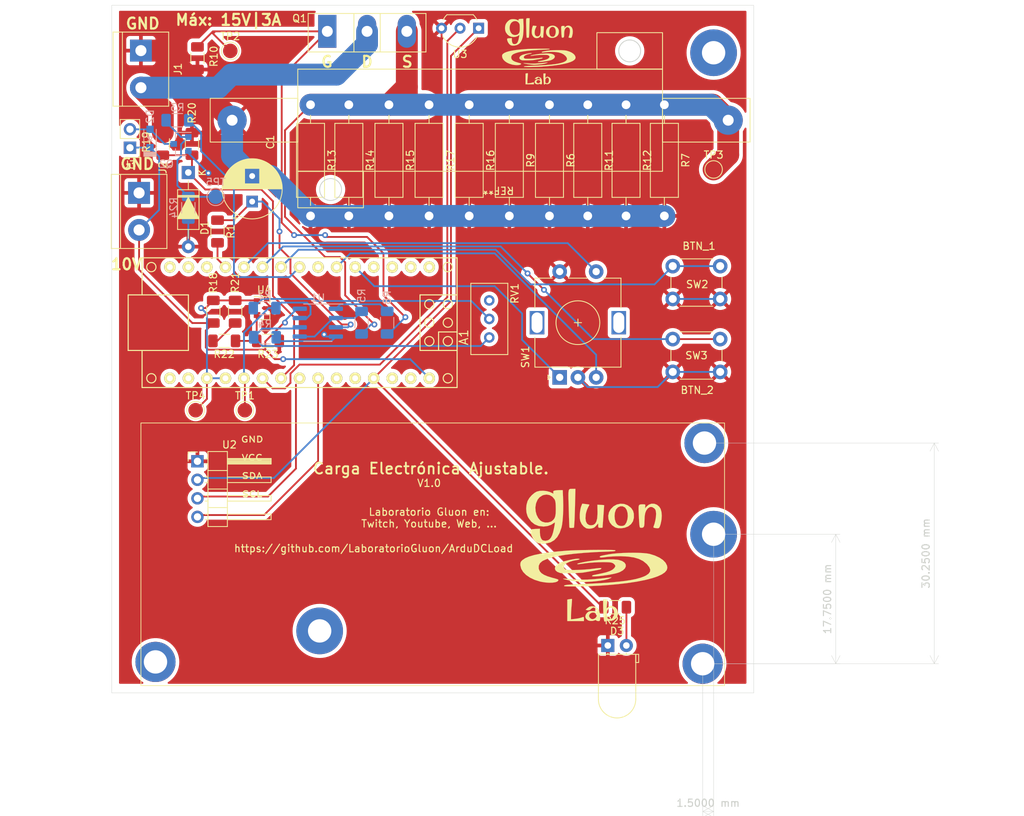
<source format=kicad_pcb>
(kicad_pcb (version 20211014) (generator pcbnew)
  (layers (0 "F.Cu" signal) (31 "B.Cu" signal) (34 "B.Paste" user) (35 "F.Paste" user) (36 "B.SilkS" user "B.Silkscreen") (37 "F.SilkS" user "F.Silkscreen") (38 "B.Mask" user) (39 "F.Mask" user) (44 "Edge.Cuts" user))
  (net 0 "")
  (net 1 "Net-(Q1-Pad1)")
  (net 2 "Analog_REF")
  (net 3 "VOLTAGE_SET")
  (net 4 "BUTTON_ROT")
  (net 5 "CURRENT_SENSE")
  (net 6 "BUTTON_BACK")
  (net 7 "TEMP_SENSOR")
  (net 8 "BUTTON_OK")
  (net 9 "VOLTAGE_SENSE")
  (net 10 "Net-(A1-Pad23)")
  (net 11 "Net-(A1-Pad24)")
  (net 12 "Net-(A1-Pad6)")
  (net 13 "Net-(A1-Pad5)")
  (net 14 "5V")
  (net 15 "V_IN")
  (net 16 "GND")
  (net 17 "Net-(C1-Pad1)")
  (net 18 "V_TEST")
  (net 19 "Net-(Q1-Pad3)")
  (net 20 "Net-(R2-Pad2)")
  (net 21 "Net-(R4-Pad2)")
  (net 22 "Net-(R5-Pad2)")
  (net 23 "Net-(R8-Pad2)")
  (net 24 "Net-(R21-Pad1)")
  (net 25 "Net-(R22-Pad1)")
  (net 31 "FAN_CONTROL")
  (net 42 "Net-(D2-Pad2)")
  (net 43 "Net-(Q2-Pad1)")
  (net 44 "Net-(D3-Pad2)")
  (footprint "Arduinos:arduino_nano" (layer "F.Cu") (at 123.25 81 180)
    (fp_text reference "A1")
    (fp_text value "Arduino_Nano")
  )
  (footprint "TerminalBlock:TerminalBlock_bornier-2_P5.08mm" (layer "F.Cu") (at 101.5 43.71 -90)
    (fp_text reference "J1")
    (fp_text value "Voltage_test")
  )
  (footprint "Package_TO_SOT_THT:TO-247-3_Vertical" (layer "F.Cu") (at 127.05 41.07)
    (fp_text reference "Q1")
    (fp_text value "IRFP460")
  )
  (footprint "Resistor_SMD:R_1206_3216Metric_Pad1.30x1.75mm_HandSolder" (layer "F.Cu") (at 112 68.5 -90)
    (fp_text reference "R1")
    (fp_text value "470R")
  )
  (footprint "Resistor_THT:R_Axial_DIN0411_L9.9mm_D3.6mm_P15.24mm_Horizontal" (layer "F.Cu") (at 157.5 51.13 -90)
    (fp_text reference "R6")
    (fp_text value "1/1W")
  )
  (footprint "Resistor_THT:R_Axial_DIN0411_L9.9mm_D3.6mm_P15.24mm_Horizontal" (layer "F.Cu") (at 173.25 51.13 -90)
    (fp_text reference "R7")
    (fp_text value "1/1W")
  )
  (footprint "Resistor_THT:R_Axial_DIN0411_L9.9mm_D3.6mm_P15.24mm_Horizontal" (layer "F.Cu") (at 152 51.13 -90)
    (fp_text reference "R9")
    (fp_text value "1/1w")
  )
  (footprint "Resistor_SMD:R_1206_3216Metric_Pad1.30x1.75mm_HandSolder" (layer "F.Cu") (at 109.25 44.75 -90)
    (fp_text reference "R10")
    (fp_text value " 1Meg")
  )
  (footprint "Resistor_THT:R_Axial_DIN0411_L9.9mm_D3.6mm_P15.24mm_Horizontal" (layer "F.Cu") (at 162.75 51.13 -90)
    (fp_text reference "R11")
    (fp_text value "1/1w")
  )
  (footprint "Resistor_THT:R_Axial_DIN0411_L9.9mm_D3.6mm_P15.24mm_Horizontal" (layer "F.Cu") (at 168 51.13 -90)
    (fp_text reference "R12")
    (fp_text value "1/1w")
  )
  (footprint "Capacitor_THT:CP_Radial_D8.0mm_P3.50mm" (layer "F.Cu") (at 116.75 64.402651 90)
    (fp_text reference "C1")
    (fp_text value "470uF")
  )
  (footprint "Diode_THT:D_A-405_P10.16mm_Horizontal" (layer "F.Cu") (at 108 60.42 -90)
    (fp_text reference "D1")
    (fp_text value "Zener 5v")
  )
  (footprint "TerminalBlock:TerminalBlock_bornier-2_P5.08mm" (layer "F.Cu") (at 101.25 63.21 -90)
    (fp_text reference "J2")
    (fp_text value "Voltage_IN")
  )
  (footprint "Resistor_THT:R_Axial_DIN0411_L9.9mm_D3.6mm_P15.24mm_Horizontal" (layer "F.Cu") (at 124.75 51.13 -90)
    (fp_text reference "R13")
    (fp_text value "1/1W")
  )
  (footprint "Resistor_THT:R_Axial_DIN0411_L9.9mm_D3.6mm_P15.24mm_Horizontal" (layer "F.Cu") (at 130 51.13 -90)
    (fp_text reference "R14")
    (fp_text value "1/1w")
  )
  (footprint "Resistor_THT:R_Axial_DIN0411_L9.9mm_D3.6mm_P15.24mm_Horizontal" (layer "F.Cu") (at 135.5 51.13 -90)
    (fp_text reference "R15")
    (fp_text value "1/1w")
  )
  (footprint "Resistor_THT:R_Axial_DIN0411_L9.9mm_D3.6mm_P15.24mm_Horizontal" (layer "F.Cu") (at 146.5 51.13 -90)
    (fp_text reference "R16")
    (fp_text value "1/1w")
  )
  (footprint "Resistor_THT:R_Axial_DIN0411_L9.9mm_D3.6mm_P15.24mm_Horizontal" (layer "F.Cu") (at 141 51.13 -90)
    (fp_text reference "R17")
    (fp_text value "1/1W")
  )
  (footprint "Resistor_SMD:R_1206_3216Metric_Pad1.30x1.75mm_HandSolder" (layer "F.Cu") (at 111.42 79.5 -90)
    (fp_text reference "R18")
    (fp_text value "680")
  )
  (footprint "Resistor_SMD:R_1206_3216Metric_Pad1.30x1.75mm_HandSolder" (layer "F.Cu") (at 104.5 56.5 90)
    (fp_text reference "R19")
    (fp_text value "33k")
  )
  (footprint "Resistor_SMD:R_1206_3216Metric_Pad1.30x1.75mm_HandSolder" (layer "F.Cu") (at 108.5 56.5 -90)
    (fp_text reference "R20")
    (fp_text value "10k")
  )
  (footprint "Resistor_SMD:R_1206_3216Metric_Pad1.30x1.75mm_HandSolder" (layer "F.Cu") (at 114.42 79.5 90)
    (fp_text reference "R21")
    (fp_text value "330")
  )
  (footprint "Resistor_SMD:R_1206_3216Metric_Pad1.30x1.75mm_HandSolder" (layer "F.Cu") (at 112.92 83.5 180)
    (fp_text reference "R22")
    (fp_text value "2k2")
  )
  (footprint "Resistor_SMD:R_1206_3216Metric_Pad1.30x1.75mm_HandSolder" (layer "F.Cu") (at 118.92 83.5 180)
    (fp_text reference "R23")
    (fp_text value "1k5")
  )
  (footprint "Potentiometer_THT:Potentiometer_Bourns_3296W_Vertical" (layer "F.Cu") (at 149.25 77.95 90)
    (fp_text reference "RV1")
    (fp_text value "200")
  )
  (footprint "Rotary_Encoder:RotaryEncoder_Alps_EC11E-Switch_Vertical_H20mm" (layer "F.Cu") (at 158.9 88.5 90)
    (fp_text reference "SW1")
    (fp_text value "Rotary_Encoder_Switch")
  )
  (footprint "Button_Switch_THT:SW_PUSH_6mm_H4.3mm" (layer "F.Cu") (at 180.9 77.75 180)
    (fp_text reference "SW2")
    (fp_text value "Btn.OK")
  )
  (footprint "Button_Switch_THT:SW_PUSH_6mm_H4.3mm" (layer "F.Cu") (at 180.9 87.75 180)
    (fp_text reference "SW3")
    (fp_text value "Btn.BCK")
  )
  (footprint "Connector_PinHeader_2.54mm:PinHeader_1x04_P2.54mm_Horizontal" (layer "F.Cu") (at 109.25 100)
    (fp_text reference "U2")
    (fp_text value "Pantalla_LCD_16x2_i2c")
  )
  (footprint "Package_TO_SOT_SMD:SOT-23" (layer "F.Cu") (at 118.42 79)
    (fp_text reference "U4")
    (fp_text value "TL431DBZ")
  )
  (footprint "Package_TO_SOT_THT:TO-92_Inline_Wide" (layer "F.Cu") (at 147.79 40.64 180)
    (fp_text reference "U3")
    (fp_text value "LM35-LP")
  )
  (footprint "TestPoint:TestPoint_Pad_D2.0mm" (layer "F.Cu") (at 115.75 93)
    (fp_text reference "TP1")
    (fp_text value "TestPoint")
  )
  (footprint "LED_THT:LED_D5.0mm_Horizontal_O1.27mm_Z3.0mm" (layer "F.Cu") (at 165.5 125.25)
    (fp_text reference "D3")
    (fp_text value "LED")
  )
  (footprint "GluonLib:PowerResistor_L49_W14_MountingHoles" (layer "F.Cu") (at 148 53.25)
    (fp_text reference "REF**")
    (fp_text value "PowerResistor_L49_W14_MountingHoles")
    (fp_circle (center 20.5 -9.5) (end 22 -9.5) (layer "Edge.Cuts") (width 0.12) (fill none))
    (fp_circle (center -20.5 9.5) (end -19 9.5) (layer "Edge.Cuts") (width 0.12) (fill none))
  )
  (footprint "GluonLib:LogoGluon_25mm" (layer "F.Cu") (at 163.5 112.25)
    (fp_text reference "G***" hide)
    (fp_text value "LOGO" hide)
  )
  (footprint "MountingHole:MountingHole_3.2mm_M3_ISO14580_Pad_TopBottom" (layer "F.Cu") (at 178.5 127.75)
    (fp_text reference "REF**" hide)
    (fp_text value "MountingHole_3.2mm_M3_ISO14580_Pad_TopBottom")
  )
  (footprint "MountingHole:MountingHole_3.2mm_M3_Pad_TopBottom" (layer "F.Cu") (at 126 123.25)
    (fp_text reference "REF**" hide)
    (fp_text value "MountingHole_3.2mm_M3_Pad_TopBottom")
  )
  (footprint "MountingHole:MountingHole_3.2mm_M3_ISO14580_Pad_TopBottom" (layer "F.Cu") (at 103.5 127.5)
    (fp_text reference "REF**" hide)
    (fp_text value "MountingHole_3.2mm_M3_ISO14580_Pad_TopBottom")
  )
  (footprint "TestPoint:TestPoint_Pad_D2.0mm" (layer "F.Cu") (at 113.75 43.75)
    (fp_text reference "TP2")
    (fp_text value "TestPoint")
  )
  (footprint "Connector_PinHeader_2.54mm:PinHeader_1x02_P2.54mm_Vertical" (layer "F.Cu") (at 100 57.025 180)
    (fp_text reference "J3")
    (fp_text value "FAN_OUTPUT")
  )
  (footprint "MountingHole:MountingHole_3.2mm_M3_Pad_TopBottom" (layer "F.Cu") (at 180 44)
    (fp_text reference "REF**" hide)
    (fp_text value "MountingHole_3.2mm_M3_Pad_TopBottom")
  )
  (footprint "TestPoint:TestPoint_Pad_D2.0mm" (layer "F.Cu") (at 180 60)
    (fp_text reference "TP3")
    (fp_text value "TestPoint")
  )
  (footprint "Resistor_SMD:R_1206_3216Metric_Pad1.30x1.75mm_HandSolder" (layer "F.Cu") (at 166.5 120 180)
    (fp_text reference "R25")
    (fp_text value "220")
  )
  (footprint "GluonLib:g" (layer "F.Cu") (at 156 43.5)
    (fp_text reference "G***" hide)
    (fp_text value "LOGO" hide)
  )
  (footprint "MountingHole:MountingHole_3.2mm_M3_Pad_TopBottom" (layer "F.Cu") (at 180 110)
    (fp_text reference "REF**" hide)
    (fp_text value "MountingHole_3.2mm_M3_Pad_TopBottom")
  )
  (footprint "MountingHole:MountingHole_3.2mm_M3_ISO14580_Pad_TopBottom" (layer "F.Cu") (at 178.75 97.5)
    (fp_text reference "REF**" hide)
    (fp_text value "MountingHole_3.2mm_M3_ISO14580_Pad_TopBottom")
  )
  (footprint "TestPoint:TestPoint_Pad_D2.0mm" (layer "F.Cu") (at 109 93)
    (fp_text reference "TP4")
    (fp_text value "AnalogRef")
  )
  (footprint "Resistor_SMD:R_1206_3216Metric_Pad1.30x1.75mm_HandSolder" (layer "B.Cu") (at 118.45 79 180)
    (fp_text reference "R2")
    (fp_text value "1k")
  )
  (footprint "Resistor_SMD:R_1206_3216Metric_Pad1.30x1.75mm_HandSolder" (layer "B.Cu") (at 118.5 83 180)
    (fp_text reference "R4")
    (fp_text value "3k3")
  )
  (footprint "Resistor_SMD:R_1206_3216Metric_Pad1.30x1.75mm_HandSolder" (layer "B.Cu") (at 131.75 81 90)
    (fp_text reference "R5")
    (fp_text value "10k; 1/4w")
  )
  (footprint "Resistor_SMD:R_1206_3216Metric_Pad1.30x1.75mm_HandSolder" (layer "B.Cu") (at 135.25 81 90)
    (fp_text reference "R8")
    (fp_text value "100")
  )
  (footprint "Package_SO:SOIC-8_3.9x4.9mm_P1.27mm" (layer "B.Cu") (at 125.75 81 180)
    (fp_text reference "U1")
    (fp_text value "TL072")
  )
  (footprint "Diode_SMD:D_SOD-323_HandSoldering" (layer "B.Cu") (at 102.75 55.75 90)
    (fp_text reference "D2")
    (fp_text value "D_Schottky")
  )
  (footprint "Package_TO_SOT_SMD:SOT-23" (layer "B.Cu") (at 107 56.5 180)
    (fp_text reference "Q2")
    (fp_text value "Q_NMOS_GSD")
  )
  (footprint "TestPoint:TestPoint_Pad_D2.0mm" (layer "B.Cu") (at 111.75 63.75 180)
    (fp_text reference "TP5")
    (fp_text value "FanCtrl")
  )
  (footprint "Resistor_SMD:R_1206_3216Metric_Pad1.30x1.75mm_HandSolder" (layer "B.Cu") (at 108 65.25 90)
    (fp_text reference "R24")
    (fp_text value "1Meg")
  )
  (footprint "Resistor_SMD:R_1206_3216Metric_Pad1.30x1.75mm_HandSolder" (layer "B.Cu") (at 106.5 53.25)
    (fp_text reference "R3")
    (fp_text value "330")
  )
  (gr_line (start 103.05 56.05) (end 102.45 56.05) (layer "B.SilkS") (width 0.12))
  (gr_rect (start 101.9 57.65) (end 103.6 58.2) (layer "B.SilkS") (width 0.12) (fill solid))
  (gr_line (start 102.75 56.05) (end 102.4 55.55) (layer "B.SilkS") (width 0.12))
  (gr_line (start 103.1 55.55) (end 102.75 56.05) (layer "B.SilkS") (width 0.12))
  (gr_line (start 102.45 55.55) (end 103.1 55.55) (layer "B.SilkS") (width 0.12))
  (gr_line (start 102.4 55.55) (end 102.6 55.55) (layer "B.SilkS") (width 0.12))
  (gr_rect (start 101.5 94.75) (end 181.5 130.75) (layer "F.SilkS") (width 0.1) (fill none))
  (gr_poly (pts (xy 109.47 66.75) (xy 106.5 66.75) (xy 108 63.8)) (layer "F.SilkS") (width 0.12) (fill solid))
  (gr_rect (start 185.5 131.75) (end 97.5 37.5) (layer "Edge.Cuts") (width 0.05) (fill none))
  (gr_text "Laboratorio Gluon en:\nTwitch, Youtube, Web, ..." (at 141 107.75) (layer "F.SilkS") (effects (font (size 1 1))))
  (gr_text "GND" (at 101.75 40) (layer "F.SilkS") (effects (font (size 1.5 1.5) (thickness 0.3))))
  (gr_text "G" (at 127 45.25) (layer "F.SilkS") (effects (font (size 1.5 1.5) (thickness 0.3))))
  (gr_text "SCL\n" (at 116.75 104.5) (layer "F.SilkS") (effects (font (size 0.8 1))))
  (gr_text "https://github.com/LaboratorioGluon/ArduDCLoad" (at 133.4 111.95) (layer "F.SilkS") (effects (font (size 1 1))))
  (gr_text "VCC\n" (at 116.75 99.5) (layer "F.SilkS") (effects (font (size 0.8 1))))
  (gr_text "D" (at 132.5 45.25) (layer "F.SilkS") (effects (font (size 1.5 1.5) (thickness 0.3))))
  (gr_text "GND" (at 101 59.25) (layer "F.SilkS") (effects (font (size 1.5 1.5) (thickness 0.3))))
  (gr_text "10V" (at 99.5 73) (layer "F.SilkS") (effects (font (size 1.5 1.5) (thickness 0.3))))
  (gr_text "S" (at 138 45.25) (layer "F.SilkS") (effects (font (size 1.5 1.5) (thickness 0.3))))
  (gr_text "BTN_2" (at 177.75 90.25) (layer "F.SilkS") (effects (font (size 1 1))))
  (gr_text "SDA" (at 116.75 102) (layer "F.SilkS") (effects (font (size 0.8 1))))
  (gr_text "BTN_1" (at 178 70.5) (layer "F.SilkS") (effects (font (size 1 1))))
  (gr_text "Máx: 15V|3A" (at 113.5 39.5) (layer "F.SilkS") (effects (font (size 1.5 1.5) (thickness 0.3))))
  (gr_text "Carga Electrónica Ajustable." (at 141.25 101) (layer "F.SilkS") (effects (font (size 1.5 1.5) (thickness 0.25))))
  (gr_text "V1.0" (at 141 103) (layer "F.SilkS") (effects (font (size 1 1))))
  (gr_text "GND" (at 116.75 97) (layer "F.SilkS") (effects (font (size 0.8 1))))
  (dimension (type orthogonal) (layer "Edge.Cuts") (pts (xy 178.5 127.75) (xy 180 110)) (height 18.25) (orientation 1) (gr_text "17,7500 mm" (at 195.6 118.875 90) (layer "Edge.Cuts") (effects (font (size 1 1) (thickness 0.15)))) (format (units 3) (units_format 1) (precision 4)) (style (thickness 0.05) (arrow_length 1.27) (text_position_mode 0) (extension_height 0.58642) (extension_offset 0.5) keep_text_aligned))
  (dimension (type orthogonal) (layer "Edge.Cuts") (pts (xy 178.5 127.75) (xy 178.75 97.5)) (height 31.75) (orientation 1) (gr_text "30,2500 mm" (at 209.1 112.625 90) (layer "Edge.Cuts") (effects (font (size 1 1) (thickness 0.15)))) (format (units 3) (units_format 1) (precision 4)) (style (thickness 0.05) (arrow_length 1.27) (text_position_mode 0) (extension_height 0.58642) (extension_offset 0.5) keep_text_aligned))
  (dimension (type orthogonal) (layer "Edge.Cuts") (pts (xy 180 110) (xy 178.5 127.75)) (height 38) (orientation 0) (gr_text "1,5000 mm" (at 179.25 146.85) (layer "Edge.Cuts") (effects (font (size 1 1) (thickness 0.15)))) (format (units 3) (units_format 1) (precision 4)) (style (thickness 0.05) (arrow_length 1.27) (text_position_mode 0) (extension_height 0.58642) (extension_offset 0.5) keep_text_aligned))
  (segment (start 111.38 41.07) (end 111.225 41.225) (width 0.25) (layer "F.Cu") (net 1))
  (segment (start 111.25 41.25) (end 111.5 41.25) (width 0.25) (layer "F.Cu") (net 1))
  (segment (start 122.5 69) (end 120.80048 67.30048) (width 0.25) (layer "F.Cu") (net 1))
  (segment (start 127 69.25) (end 126.75 69) (width 0.25) (layer "F.Cu") (net 1))
  (segment (start 111.25 41.25) (end 111.225 41.225) (width 0.25) (layer "F.Cu") (net 1))
  (segment (start 134.75 71.5) (end 132.5 69.25) (width 0.25) (layer "F.Cu") (net 1))
  (segment (start 113.75 43.75) (end 111.25 41.25) (width 0.25) (layer "F.Cu") (net 1))
  (segment (start 127.05 41.07) (end 111.68 41.07) (width 0.25) (layer "F.Cu") (net 1))
  (segment (start 134.75 77.25) (end 134.75 71.5) (width 0.25) (layer "F.Cu") (net 1))
  (segment (start 120.80048 47.31952) (end 127.05 41.07) (width 0.25) (layer "F.Cu") (net 1))
  (segment (start 111.5 41.25) (end 111.68 41.07) (width 0.25) (layer "F.Cu") (net 1))
  (segment (start 120.80048 67.30048) (end 120.80048 47.31952) (width 0.25) (layer "F.Cu") (net 1))
  (segment (start 111.68 41.07) (end 111.38 41.07) (width 0.25) (layer "F.Cu") (net 1))
  (segment (start 137.75 80.25) (end 134.75 77.25) (width 0.25) (layer "F.Cu") (net 1))
  (segment (start 132.5 69.25) (end 127 69.25) (width 0.25) (layer "F.Cu") (net 1))
  (segment (start 111.225 41.225) (end 109.25 43.2) (width 0.25) (layer "F.Cu") (net 1))
  (via (at 122.5 69) (size 0.8) (drill 0.4) (layers "F.Cu" "B.Cu") (net 1))
  (via (at 137.75 80.25) (size 0.8) (drill 0.4) (layers "F.Cu" "B.Cu") (net 1))
  (via (at 126.75 69) (size 0.8) (drill 0.4) (layers "F.Cu" "B.Cu") (net 1))
  (segment (start 135.45 82.55) (end 137.75 80.25) (width 0.25) (layer "B.Cu") (net 1))
  (segment (start 126.75 69) (end 122.5 69) (width 0.25) (layer "B.Cu") (net 1))
  (segment (start 135.25 82.55) (end 135.45 82.55) (width 0.25) (layer "B.Cu") (net 1))
  (segment (start 109 93) (end 110.55 91.45) (width 0.25) (layer "F.Cu") (net 2))
  (segment (start 117.32 77.95) (end 117.42 78.05) (width 0.25) (layer "F.Cu") (net 2))
  (segment (start 114.42 77.95) (end 117.32 77.95) (width 0.25) (layer "F.Cu") (net 2))
  (segment (start 109.75 79) (end 110.37 79) (width 0.25) (layer "F.Cu") (net 2))
  (segment (start 110.37 79) (end 111.42 77.95) (width 0.25) (layer "F.Cu") (net 2))
  (segment (start 110.55 91.45) (end 110.55 88.62) (width 0.25) (layer "F.Cu") (net 2))
  (segment (start 111.42 77.95) (end 114.42 77.95) (width 0.25) (layer "F.Cu") (net 2))
  (via (at 109.75 79) (size 0.8) (drill 0.4) (layers "F.Cu" "B.Cu") (net 2))
  (segment (start 110.55 79.8) (end 109.75 79) (width 0.25) (layer "B.Cu") (net 2))
  (segment (start 110.55 88.62) (end 113.09 88.62) (width 0.25) (layer "B.Cu") (net 2))
  (segment (start 110.55 88.62) (end 110.55 79.8) (width 0.25) (layer "B.Cu") (net 2))
  (segment (start 112 72.29) (end 113.09 73.38) (width 0.25) (layer "F.Cu") (net 3))
  (segment (start 112 70.05) (end 112 72.29) (width 0.25) (layer "F.Cu") (net 3))
  (segment (start 163.9 74) (end 160.00096 70.10096) (width 0.25) (layer "B.Cu") (net 4))
  (segment (start 160.00096 70.10096) (end 118.90904 70.10096) (width 0.25) (layer "B.Cu") (net 4))
  (segment (start 118.90904 70.10096) (end 115.63 73.38) (width 0.25) (layer "B.Cu") (net 4))
  (segment (start 115.75 88.74) (end 115.63 88.62) (width 0.25) (layer "F.Cu") (net 5))
  (segment (start 115.75 93) (end 115.75 88.74) (width 0.25) (layer "F.Cu") (net 5))
  (segment (start 124.249999 80.365) (end 124.75 79.864999) (width 0.25) (layer "B.Cu") (net 5))
  (segment (start 124.75 78.75) (end 124.25 78.25) (width 0.25) (layer "B.Cu") (net 5))
  (segment (start 115.63 88.62) (end 115.63 82.37) (width 0.25) (layer "B.Cu") (net 5))
  (segment (start 115.63 82.37) (end 119 79) (width 0.25) (layer "B.Cu") (net 5))
  (segment (start 119 79) (end 120 79) (width 0.25) (layer "B.Cu") (net 5))
  (segment (start 123.275 80.365) (end 124.249999 80.365) (width 0.25) (layer "B.Cu") (net 5))
  (segment (start 120.75 78.25) (end 120 79) (width 0.25) (layer "B.Cu") (net 5))
  (segment (start 124.25 78.25) (end 120.75 78.25) (width 0.25) (layer "B.Cu") (net 5))
  (segment (start 124.75 79.864999) (end 124.75 78.75) (width 0.25) (layer "B.Cu") (net 5))
  (segment (start 156.75 76.5) (end 154.5 74.25) (width 0.25) (layer "F.Cu") (net 6))
  (segment (start 174.4 83.25) (end 180.9 83.25) (width 0.25) (layer "F.Cu") (net 6))
  (via (at 156.75 76.5) (size 0.8) (drill 0.4) (layers "F.Cu" "B.Cu") (net 6))
  (via (at 154.5 74.25) (size 0.8) (drill 0.4) (layers "F.Cu" "B.Cu") (net 6))
  (segment (start 163.5 83.25) (end 156.75 76.5) (width 0.25) (layer "B.Cu") (net 6))
  (segment (start 174.4 83.25) (end 163.5 83.25) (width 0.25) (layer "B.Cu") (net 6))
  (segment (start 154.5 74.25) (end 150.80048 70.55048) (width 0.25) (layer "B.Cu") (net 6))
  (segment (start 120.99952 70.55048) (end 118.17 73.38) (width 0.25) (layer "B.Cu") (net 6))
  (segment (start 150.80048 70.55048) (end 120.99952 70.55048) (width 0.25) (layer "B.Cu") (net 6))
  (segment (start 122 87.981341) (end 122 89.25) (width 0.25) (layer "F.Cu") (net 7))
  (segment (start 122 89.25) (end 121.25 90) (width 0.25) (layer "F.Cu") (net 7))
  (segment (start 121.25 90) (end 119.55 90) (width 0.25) (layer "F.Cu") (net 7))
  (segment (start 145.25 40.64) (end 143.5 42.39) (width 0.25) (layer "F.Cu") (net 7))
  (segment (start 143.5 42.39) (end 143.5 77.5) (width 0.25) (layer "F.Cu") (net 7))
  (segment (start 119.55 90) (end 118.17 88.62) (width 0.25) (layer "F.Cu") (net 7))
  (segment (start 123.231341 86.75) (end 122 87.981341) (width 0.25) (layer "F.Cu") (net 7))
  (segment (start 134.25 86.75) (end 123.231341 86.75) (width 0.25) (layer "F.Cu") (net 7))
  (segment (start 143.5 77.5) (end 134.25 86.75) (width 0.25) (layer "F.Cu") (net 7))
  (segment (start 171.9 75.75) (end 154.885718 75.75) (width 0.25) (layer "B.Cu") (net 8))
  (segment (start 154.885718 75.75) (end 150.135718 71) (width 0.25) (layer "B.Cu") (net 8))
  (segment (start 174.4 73.25) (end 180.9 73.25) (width 0.25) (layer "B.Cu") (net 8))
  (segment (start 174.4 73.25) (end 171.9 75.75) (width 0.25) (layer "B.Cu") (net 8))
  (segment (start 150.135718 71) (end 123.09 71) (width 0.25) (layer "B.Cu") (net 8))
  (segment (start 123.09 71) (end 120.71 73.38) (width 0.25) (layer "B.Cu") (net 8))
  (segment (start 119.625 77.375) (end 122.5 80.25) (width 0.25) (layer "F.Cu") (net 9))
  (segment (start 122.5 86.83) (end 120.71 88.62) (width 0.25) (layer "F.Cu") (net 9))
  (segment (start 119.598089 64.348089) (end 118 62.75) (width 0.25) (layer "F.Cu") (net 9))
  (segment (start 119.598089 77.348089) (end 119.598089 64.348089) (width 0.25) (layer "F.Cu") (net 9))
  (segment (start 118 62.75) (end 110.33 62.75) (width 0.25) (layer "F.Cu") (net 9))
  (segment (start 122.5 80.25) (end 122.5 86.83) (width 0.25) (layer "F.Cu") (net 9))
  (segment (start 119.625 77.375) (end 119.598089 77.348089) (width 0.25) (layer "F.Cu") (net 9))
  (segment (start 108.5 59.92) (end 108 60.42) (width 0.25) (layer "F.Cu") (net 9))
  (segment (start 110.33 62.75) (end 108 60.42) (width 0.25) (layer "F.Cu") (net 9))
  (segment (start 108.5 58.05) (end 108.5 59.92) (width 0.25) (layer "F.Cu") (net 9))
  (segment (start 104.5 58.05) (end 108.5 58.05) (width 0.25) (layer "F.Cu") (net 9))
  (segment (start 122.75 101) (end 122.75 89.5) (width 0.25) (layer "F.Cu") (net 10))
  (segment (start 109.5 104.83) (end 118.92 104.83) (width 0.25) (layer "F.Cu") (net 10))
  (segment (start 109.25 105.08) (end 109.5 104.83) (width 0.25) (layer "F.Cu") (net 10))
  (segment (start 118.92 104.83) (end 122.75 101) (width 0.25) (layer "F.Cu") (net 10))
  (segment (start 118.38 107.37) (end 125.79 99.96) (width 0.25) (layer "F.Cu") (net 11))
  (segment (start 109.5 107.37) (end 118.38 107.37) (width 0.25) (layer "F.Cu") (net 11))
  (segment (start 109.25 107.62) (end 109.5 107.37) (width 0.25) (layer "F.Cu") (net 11))
  (segment (start 125.79 99.96) (end 125.79 88.62) (width 0.25) (layer "F.Cu") (net 11))
  (segment (start 163.9 88.5) (end 163.9 85.4) (width 0.25) (layer "B.Cu") (net 12))
  (segment (start 150 71.5) (end 130.21 71.5) (width 0.25) (layer "B.Cu") (net 12))
  (segment (start 163.9 85.4) (end 150 71.5) (width 0.25) (layer "B.Cu") (net 12))
  (segment (start 130.21 71.5) (end 128.33 73.38) (width 0.25) (layer "B.Cu") (net 12))
  (segment (start 158.9 88.5) (end 153.75 83.35) (width 0.25) (layer "B.Cu") (net 13))
  (segment (start 153.75 79.75) (end 150 76) (width 0.25) (layer "B.Cu") (net 13))
  (segment (start 150 76) (end 133.49 76) (width 0.25) (layer "B.Cu") (net 13))
  (segment (start 133.49 76) (end 130.87 73.38) (width 0.25) (layer "B.Cu") (net 13))
  (segment (start 153.75 83.35) (end 153.75 79.75) (width 0.25) (layer "B.Cu") (net 13))
  (segment (start 164.79 120) (end 164.95 120) (width 0.25) (layer "F.Cu") (net 14))
  (segment (start 133.41 88.62) (end 164.79 120) (width 0.25) (layer "F.Cu") (net 14))
  (segment (start 147.79 40.64) (end 144 44.43) (width 0.25) (layer "F.Cu") (net 14))
  (segment (start 144 44.43) (end 144 78.03) (width 0.25) (layer "F.Cu") (net 14))
  (segment (start 144 78.03) (end 133.41 88.62) (width 0.25) (layer "F.Cu") (net 14))
  (segment (start 109.25 102.54) (end 109.5 102.29) (width 0.25) (layer "B.Cu") (net 14))
  (segment (start 119.74 102.29) (end 133.41 88.62) (width 0.25) (layer "B.Cu") (net 14))
  (segment (start 109.5 102.29) (end 119.74 102.29) (width 0.25) (layer "B.Cu") (net 14))
  (segment (start 121 86) (end 119.85096 86) (width 0.25) (layer "F.Cu") (net 15))
  (segment (start 118.55048 83.5751) (end 121.12558 81) (width 0.25) (layer "F.Cu") (net 15))
  (segment (start 111.42 81.05) (end 108.55 81.05) (width 0.25) (layer "F.Cu") (net 15))
  (segment (start 110.39548 84.39548) (end 110.69952 84.69952) (width 0.25) (layer "F.Cu") (net 15))
  (segment (start 119.85096 86) (end 118.55048 84.69952) (width 0.25) (layer "F.Cu") (net 15))
  (segment (start 108.55 81.05) (end 101.25 73.75) (width 0.25) (layer "F.Cu") (net 15))
  (segment (start 110.39548 82.07452) (end 110.39548 84.39548) (width 0.25) (layer "F.Cu") (net 15))
  (segment (start 101.25 73.75) (end 101.25 68.29) (width 0.25) (layer "F.Cu") (net 15))
  (segment (start 118.55048 84.69952) (end 118.55048 83.5751) (width 0.25) (layer "F.Cu") (net 15))
  (segment (start 121.12558 81) (end 121.25 81) (width 0.25) (layer "F.Cu") (net 15))
  (segment (start 111.42 81.05) (end 110.39548 82.07452) (width 0.25) (layer "F.Cu") (net 15))
  (segment (start 110.69952 84.69952) (end 118.55048 84.69952) (width 0.25) (layer "F.Cu") (net 15))
  (via (at 121.25 81) (size 0.8) (drill 0.4) (layers "F.Cu" "B.Cu") (net 15))
  (via (at 121 86) (size 0.8) (drill 0.4) (layers "F.Cu" "B.Cu") (net 15))
  (segment (start 104 65.54) (end 104 58.25) (width 0.25) (layer "B.Cu") (net 15))
  (segment (start 100.025 57) (end 100 57.025) (width 0.25) (layer "B.Cu") (net 15))
  (segment (start 104 58.25) (end 102.75 57) (width 0.25) (layer "B.Cu") (net 15))
  (segment (start 102.75 57) (end 100.025 57) (width 0.25) (layer "B.Cu") (net 15))
  (segment (start 121.25 80.739772) (end 122.894772 79.095) (width 0.25) (layer "B.Cu") (net 15))
  (segment (start 122.894772 79.095) (end 123.275 79.095) (width 0.25) (layer "B.Cu") (net 15))
  (segment (start 138.41 86) (end 121 86) (width 0.25) (layer "B.Cu") (net 15))
  (segment (start 121.25 81) (end 121.25 80.739772) (width 0.25) (layer "B.Cu") (net 15))
  (segment (start 101.25 68.29) (end 104 65.54) (width 0.25) (layer "B.Cu") (net 15))
  (segment (start 141.03 88.62) (end 138.41 86) (width 0.25) (layer "B.Cu") (net 15))
  (segment (start 142.71 40.64) (end 143 40.93) (width 0.25) (layer "F.Cu") (net 16))
  (segment (start 142.71 40.64) (end 142.71 64.66) (width 0.25) (layer "F.Cu") (net 16))
  (segment (start 114 53.25) (end 104.46 43.71) (width 3) (layer "F.Cu") (net 16))
  (segment (start 142.71 64.66) (end 141 66.37) (width 0.25) (layer "F.Cu") (net 16))
  (segment (start 141 66.37) (end 124.75 66.37) (width 3) (layer "F.Cu") (net 16))
  (segment (start 105.75 76.25) (end 103.75 74.25) (width 0.25) (layer "F.Cu") (net 16))
  (segment (start 103.75 74.25) (end 103.75 72) (width 0.25) (layer "F.Cu") (net 16))
  (segment (start 104.46 43.71) (end 101.5 43.71) (width 3) (layer "F.Cu") (net 16))
  (segment (start 173.25 66.37) (end 146.5 66.37) (width 3) (layer "F.Cu") (net 16))
  (segment (start 103.75 72) (end 105.17 70.58) (width 0.25) (layer "F.Cu") (net 16))
  (segment (start 105.17 70.58) (end 108 70.58) (width 0.25) (layer "F.Cu") (net 16))
  (segment (start 118.5 76.25) (end 105.75 76.25) (width 0.25) (layer "F.Cu") (net 16))
  (segment (start 119.42 79) (end 118.5 78.08) (width 0.25) (layer "F.Cu") (net 16))
  (segment (start 118.5 78.08) (end 118.5 76.25) (width 0.25) (layer "F.Cu") (net 16))
  (segment (start 124.678089 66.441911) (end 124.75 66.37) (width 0.25) (layer "F.Cu") (net 16))
  (via (at 110.75 60.5) (size 0.8) (drill 0.4) (layers "F.Cu" "B.Cu") (net 16))
  (via (at 126.617185 82.617185) (size 0.8) (drill 0.4) (layers "F.Cu" "B.Cu") (net 16))
  (segment (start 126.905 82.905) (end 126.617185 82.617185) (width 0.25) (layer "B.Cu") (net 16))
  (segment (start 108 57.45) (end 108 57.75) (width 0.25) (layer "B.Cu") (net 16))
  (segment (start 128.225 82.905) (end 127.60048 83.52952) (width 0.25) (layer "B.Cu") (net 16))
  (segment (start 116.75 60.902651) (end 119.282651 60.902651) (width 3) (layer "B.Cu") (net 16))
  (segment (start 162.724511 89.824511) (end 172.325489 89.824511) (width 0.25) (layer "B.Cu") (net 16))
  (segment (start 120.57952 83.52952) (end 120.05 83) (width 0.25) (layer "B.Cu") (net 16))
  (segment (start 172.325489 89.824511) (end 174.4 87.75) (width 0.25) (layer "B.Cu") (net 16))
  (segment (start 108 57.75) (end 110.75 60.5) (width 0.25) (layer "B.Cu") (net 16))
  (segment (start 114 53.25) (end 114 58.152651) (width 3) (layer "B.Cu") (net 16))
  (segment (start 119.282651 60.902651) (end 124.75 66.37) (width 3) (layer "B.Cu") (net 16))
  (segment (start 127.60048 83.52952) (end 120.57952 83.52952) (width 0.25) (layer "B.Cu") (net 16))
  (segment (start 108 66.8) (end 108 70.58) (width 0.25) (layer "B.Cu") (net 16))
  (segment (start 180.9 77.75) (end 174.4 77.75) (width 0.25) (layer "B.Cu") (net 16))
  (segment (start 114 58.152651) (end 116.75 60.902651) (width 3) (layer "B.Cu") (net 16))
  (segment (start 173.25 66.37) (end 124.75 66.37) (width 3) (layer "B.Cu") (net 16))
  (segment (start 161.4 88.5) (end 162.724511 89.824511) (width 0.25) (layer "B.Cu") (net 16))
  (segment (start 128.225 82.905) (end 126.905 82.905) (width 0.25) (layer "B.Cu") (net 16))
  (segment (start 180.9 87.75) (end 174.4 87.75) (width 0.25) (layer "B.Cu") (net 16))
  (segment (start 129.02376 81.25) (end 130.25 81.25) (width 0.25) (layer "F.Cu") (net 17))
  (segment (start 120.5 70.75) (end 122 72.25) (width 0.25) (layer "F.Cu") (net 17))
  (segment (start 122 74.22624) (end 129.02376 81.25) (width 0.25) (layer "F.Cu") (net 17))
  (segment (start 112 66.95) (end 114.202651 66.95) (width 0.25) (layer "F.Cu") (net 17))
  (segment (start 114.202651 66.95) (end 116.75 64.402651) (width 0.25) (layer "F.Cu") (net 17))
  (segment (start 122 72.25) (end 122 74.22624) (width 0.25) (layer "F.Cu") (net 17))
  (segment (start 120.5 68.5) (end 120.5 70.75) (width 0.25) (layer "F.Cu") (net 17))
  (via (at 120.5 68.5) (size 0.8) (drill 0.4) (layers "F.Cu" "B.Cu") (net 17))
  (via (at 130.25 81.25) (size 0.8) (drill 0.4) (layers "F.Cu" "B.Cu") (net 17))
  (segment (start 129.865 81.635) (end 130.25 81.25) (width 0.25) (layer "B.Cu") (net 17))
  (segment (start 120.5 66.75) (end 118.152651 64.402651) (width 0.25) (layer "B.Cu") (net 17))
  (segment (start 128.225 81.635) (end 129.865 81.635) (width 0.25) (layer "B.Cu") (net 17))
  (segment (start 120.5 68.5) (end 120.5 66.75) (width 0.25) (layer "B.Cu") (net 17))
  (segment (start 118.152651 64.402651) (end 116.75 64.402651) (width 0.25) (layer "B.Cu") (net 17))
  (segment (start 101.5 48.79) (end 104.5 51.79) (width 3) (layer "F.Cu") (net 18))
  (segment (start 104.5 51.79) (end 104.5 54.90048) (width 3) (layer "F.Cu") (net 18))
  (segment (start 101.5 48.79) (end 112.096729 48.79) (width 3) (layer "B.Cu") (net 18))
  (segment (start 112.096729 48.79) (end 113.886729 47) (width 3) (layer "B.Cu") (net 18))
  (segment (start 128.299511 47) (end 132.5 42.799511) (width 3) (layer "B.Cu") (net 18))
  (segment (start 132.5 42.799511) (end 132.5 41.07) (width 3) (layer "B.Cu") (net 18))
  (segment (start 113.886729 47) (end 128.299511 47) (width 3) (layer "B.Cu") (net 18))
  (segment (start 179.88 51.13) (end 182 53.25) (width 3) (layer "F.Cu") (net 19))
  (segment (start 133.5 81.25) (end 129.5 77.25) (width 0.25) (layer "F.Cu") (net 19))
  (segment (start 121.25 54.63) (end 124.75 51.13) (width 0.25) (layer "F.Cu") (net 19))
  (segment (start 129.5 77.25) (end 129.5 72.738759) (width 0.25) (layer "F.Cu") (net 19))
  (segment (start 126.75 72) (end 121.25 66.5) (width 0.25) (layer "F.Cu") (net 19))
  (segment (start 137.95 41.07) (end 137.95 50.43) (width 3) (layer "F.Cu") (net 19))
  (segment (start 128.761241 72) (end 126.75 72) (width 0.25) (layer "F.Cu") (net 19))
  (segment (start 146.5 51.13) (end 179.88 51.13) (width 3) (layer "F.Cu") (net 19))
  (segment (start 182 58) (end 180 60) (width 3) (layer "F.Cu") (net 19))
  (segment (start 182 53.25) (end 182 58) (width 3) (layer "F.Cu") (net 19))
  (segment (start 121.25 66.5) (end 121.25 54.63) (width 0.25) (layer "F.Cu") (net 19))
  (segment (start 135.5 51.13) (end 124.75 51.13) (width 3) (layer "F.Cu") (net 19))
  (segment (start 136.43 50.43) (end 137.95 50.43) (width 3) (layer "F.Cu") (net 19))
  (segment (start 129.5 72.738759) (end 128.761241 72) (width 0.25) (layer "F.Cu") (net 19))
  (segment (start 137.95 48.68) (end 135.5 51.13) (width 3) (layer "F.Cu") (net 19))
  (segment (start 135.5 51.13) (end 140.37548 51.13) (width 3) (layer "F.Cu") (net 19))
  (via (at 133.5 81.25) (size 0.8) (drill 0.4) (layers "F.Cu" "B.Cu") (net 19))
  (segment (start 133.5 81.25) (end 133.05 81.25) (width 0.25) (layer "B.Cu") (net 19))
  (segment (start 124.75 51.13) (end 173.25 51.13) (width 3) (layer "B.Cu") (net 19))
  (segment (start 173.25 51.13) (end 179.63 51.13) (width 3) (layer "B.Cu") (net 19))
  (segment (start 133.05 81.25) (end 131.75 82.55) (width 0.25) (layer "B.Cu") (net 19))
  (segment (start 179.63 51.13) (end 181.75 53.25) (width 3) (layer "B.Cu") (net 19))
  (segment (start 125.19808 77.75) (end 118.15 77.75) (width 0.25) (layer "B.Cu") (net 20))
  (segment (start 125.47404 78.02596) (end 125.19808 77.75) (width 0.25) (layer "B.Cu") (net 20))
  (segment (start 118.15 77.75) (end 116.9 79) (width 0.25) (layer "B.Cu") (net 20))
  (segment (start 149.25 80.49) (end 146.78596 78.02596) (width 0.25) (layer "B.Cu") (net 20))
  (segment (start 146.78596 78.02596) (end 125.47404 78.02596) (width 0.25) (layer "B.Cu") (net 20))
  (segment (start 116.95 83) (end 118.14952 81.80048) (width 0.25) (layer "B.Cu") (net 21))
  (segment (start 118.14952 81.80048) (end 123.10952 81.80048) (width 0.25) (layer "B.Cu") (net 21))
  (segment (start 118.14952 84.19952) (end 116.95 83) (width 0.25) (layer "B.Cu") (net 21))
  (segment (start 149.25 83.03) (end 148.08048 84.19952) (width 0.25) (layer "B.Cu") (net 21))
  (segment (start 148.08048 84.19952) (end 118.14952 84.19952) (width 0.25) (layer "B.Cu") (net 21))
  (segment (start 123.10952 81.80048) (end 123.275 81.635) (width 0.25) (layer "B.Cu") (net 21))
  (segment (start 128.225 80.365) (end 130.835 80.365) (width 0.25) (layer "B.Cu") (net 22))
  (segment (start 125.304772 82.905) (end 127.844772 80.365) (width 0.25) (layer "B.Cu") (net 22))
  (segment (start 123.275 82.905) (end 125.304772 82.905) (width 0.25) (layer "B.Cu") (net 22))
  (segment (start 130.835 80.365) (end 131.75 79.45) (width 0.25) (layer "B.Cu") (net 22))
  (segment (start 127.844772 80.365) (end 128.225 80.365) (width 0.25) (layer "B.Cu") (net 22))
  (segment (start 135.25 79.45) (end 134.27548 78.47548) (width 0.25) (layer "B.Cu") (net 23))
  (segment (start 134.27548 78.47548) (end 128.84452 78.47548) (width 0.25) (layer "B.Cu") (net 23))
  (segment (start 128.84452 78.47548) (end 128.225 79.095) (width 0.25) (layer "B.Cu") (net 23))
  (segment (start 111.37 83.5) (end 111.97 83.5) (width 0.25) (layer "F.Cu") (net 24))
  (segment (start 111.97 83.5) (end 114.42 81.05) (width 0.25) (layer "F.Cu") (net 24))
  (segment (start 114.47 83.5) (end 117.37 83.5) (width 0.25) (layer "F.Cu") (net 25))
  (segment (start 117.37 80) (end 117.42 79.95) (width 0.25) (layer "F.Cu") (net 25))
  (segment (start 117.37 83.5) (end 117.37 80) (width 0.25) (layer "F.Cu") (net 25))
  (segment (start 123.25 73.38) (end 121.88 74.75) (width 0.25) (layer "B.Cu") (net 31))
  (segment (start 121.88 74.75) (end 114.75 74.75) (width 0.25) (layer "B.Cu") (net 31))
  (segment (start 114.75 74.75) (end 114.25 74.25) (width 0.25) (layer "B.Cu") (net 31))
  (segment (start 109.75 57.5) (end 109.75 54.95) (width 0.25) (layer "B.Cu") (net 31))
  (segment (start 114.25 74.25) (end 114.25 62) (width 0.25) (layer "B.Cu") (net 31))
  (segment (start 109.75 54.95) (end 108.05 53.25) (width 0.25) (layer "B.Cu") (net 31))
  (segment (start 114.25 62) (end 109.75 57.5) (width 0.25) (layer "B.Cu") (net 31))
  (segment (start 100.015 54.5) (end 100 54.485) (width 0.25) (layer "B.Cu") (net 42))
  (segment (start 102.75 54.5) (end 100.015 54.5) (width 0.25) (layer "B.Cu") (net 42))
  (segment (start 104.75 56.5) (end 102.75 54.5) (width 0.25) (layer "B.Cu") (net 42))
  (segment (start 106 56.5) (end 104.75 56.5) (width 0.25) (layer "B.Cu") (net 42))
  (segment (start 104.95 53.25) (end 104.95 53.5) (width 0.25) (layer "B.Cu") (net 43))
  (segment (start 104.95 53.5) (end 107 55.55) (width 0.25) (layer "B.Cu") (net 43))
  (segment (start 107 55.55) (end 108 55.55) (width 0.25) (layer "B.Cu") (net 43))
  (segment (start 107 58.235489) (end 107 56.55) (width 0.25) (layer "B.Cu") (net 43))
  (segment (start 108 63.7) (end 106.5 62.2) (width 0.25) (layer "B.Cu") (net 43))
  (segment (start 111.75 63.75) (end 108.05 63.75) (width 0.25) (layer "B.Cu") (net 43))
  (segment (start 108 63.7) (end 108.875 63.7) (width 0.25) (layer "B.Cu") (net 43))
  (segment (start 107 56.55) (end 108 55.55) (width 0.25) (layer "B.Cu") (net 43))
  (segment (start 106.5 62.2) (end 106.5 58.735489) (width 0.25) (layer "B.Cu") (net 43))
  (segment (start 106.5 58.735489) (end 107 58.235489) (width 0.25) (layer "B.Cu") (net 43))
  (segment (start 108.05 63.75) (end 108 63.7) (width 0.25) (layer "B.Cu") (net 43))
  (segment (start 168.05 125.24) (end 168.04 125.25) (width 0.25) (layer "F.Cu") (net 44))
  (segment (start 168.05 120) (end 168.05 125.24) (width 0.25) (layer "F.Cu") (net 44))
  (zone (net 16) (net_name "GND") (layer "F.Cu") (connect_pads (clearance 0.508)) (min_thickness 0.254) (fill yes (thermal_gap 0.508) (thermal_bridge_width 0.508))
    (polygon (pts (xy 184.5 130.5) (xy 98.5 130.5) (xy 98.5 38.25) (xy 184.5 38.25)))
  )
)
</source>
